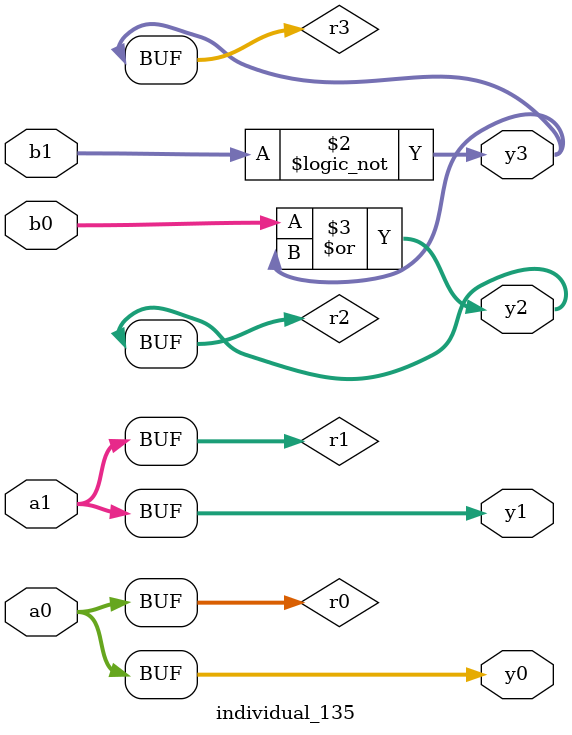
<source format=sv>
module individual_135(input logic [15:0] a1, input logic [15:0] a0, input logic [15:0] b1, input logic [15:0] b0, output logic [15:0] y3, output logic [15:0] y2, output logic [15:0] y1, output logic [15:0] y0);
logic [15:0] r0, r1, r2, r3; 
 always@(*) begin 
	 r0 = a0; r1 = a1; r2 = b0; r3 = b1; 
 	 r3 = ! r3 ;
 	 r2  |=  r3 ;
 	 y3 = r3; y2 = r2; y1 = r1; y0 = r0; 
end
endmodule
</source>
